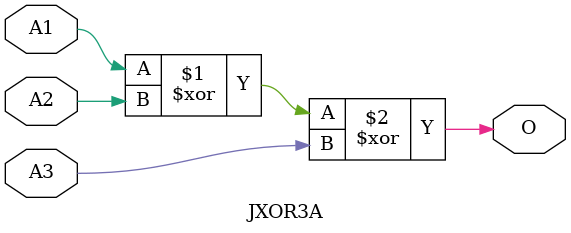
<source format=v>
module JXOR3A(A1, A2, A3, O);
input   A1;
input   A2;
input   A3;
output  O;
xor g0(O, A1, A2, A3);
endmodule
</source>
